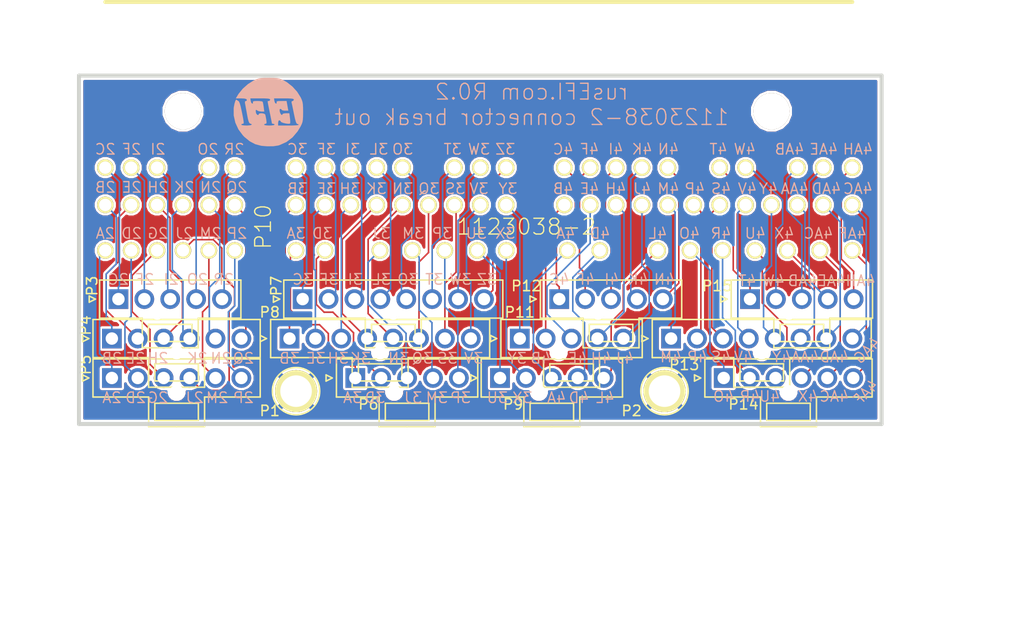
<source format=kicad_pcb>
(kicad_pcb (version 4) (host pcbnew 4.0.1-stable)
  (title_block (title "1123038-2 Connector breakout") (date 2016-10-25) (rev R0.2) (company rusEFI))
  (layers (0 F.Cu signal) (31 B.Cu signal) (34 B.Paste user) (35 F.Paste user) (36 B.SilkS user) (37 F.SilkS user) (38 B.Mask user) (39 F.Mask user) (44 Edge.Cuts user))
  (net 0 "")
  (net 1 GND)
  (net 2 /2C)
  (net 3 /2F)
  (net 4 /2I)
  (net 5 /20)
  (net 6 /2R)
  (net 7 /3C)
  (net 8 /3F)
  (net 9 /3I)
  (net 10 /3L)
  (net 11 /3O)
  (net 12 /3T)
  (net 13 /3W)
  (net 14 /3Z)
  (net 15 /2B)
  (net 16 /2E)
  (net 17 /3H)
  (net 18 /2K)
  (net 19 /2N)
  (net 20 /2Q)
  (net 21 /2A)
  (net 22 /2D)
  (net 23 /2G)
  (net 24 /2J)
  (net 25 /2M)
  (net 26 /2P)
  (net 27 /3A)
  (net 28 /3D)
  (net 29 /3J)
  (net 30 /3M)
  (net 31 /3P)
  (net 32 /3B)
  (net 33 /3E)
  (net 34 /3K)
  (net 35 /3N)
  (net 36 /3Q)
  (net 37 /3S)
  (net 38 /3V)
  (net 39 /3U)
  (net 40 /3X)
  (net 41 /4A)
  (net 42 /4D)
  (net 43 /4L)
  (net 44 /4C)
  (net 45 /4F)
  (net 46 /4I)
  (net 47 /4K)
  (net 48 /4N)
  (net 49 /4T)
  (net 50 /4W)
  (net 51 /4AB)
  (net 52 /4AE)
  (net 53 /4AH)
  (net 54 /3Y)
  (net 55 /4B)
  (net 56 /4E)
  (net 57 /4H)
  (net 58 /4J)
  (net 59 /4M)
  (net 60 /4P)
  (net 61 /4S)
  (net 62 /4V)
  (net 63 /4Y)
  (net 64 /4AA)
  (net 65 /4AD)
  (net 66 /4AG)
  (net 67 /4O)
  (net 68 /4R)
  (net 69 /4U)
  (net 70 /4X)
  (net 71 /4AC)
  (net 72 /4AF)
  (net 73 /2H)
  (module 1pin (layer F.Cu) (at 114.935 72.39)
    (fp_text reference P1 (at -2.54 1.905) (layer F.SilkS))
    (fp_text value CONN_1 hide)
    (pad 1 thru_hole circle (at 0 0) (size 4.064 4.064) (drill 3.048) (layers *.Cu *.Mask F.SilkS) (net 1 GND))
  )
  (module 1pin (layer F.Cu) (at 150.495 72.39)
    (fp_text reference P2 (at -3.175 1.905) (layer F.SilkS))
    (fp_text value CONN_1 hide)
    (pad 1 thru_hole circle (at 0 0) (size 4.064 4.064) (drill 3.048) (layers *.Cu *.Mask F.SilkS) (net 1 GND))
  )
  (module Molex_NanoFit_1x05x2.50mm_Straight (layer F.Cu) (at 97.79 63.5)
    (fp_text reference P3 (at -2.54 -1.27 90) (layer F.SilkS))
    (fp_text value CONN_01X05 hide)
    (pad 1 thru_hole rect (at 0 0) (size 1.9 1.9) (drill 1.2) (layers *.Cu *.Mask) (net 2 /2C))
    (pad 2 thru_hole circle (at 2.5 0) (size 1.9 1.9) (drill 1.2) (layers *.Cu *.Mask) (net 3 /2F))
    (pad 3 thru_hole circle (at 5 0) (size 1.9 1.9) (drill 1.2) (layers *.Cu *.Mask) (net 4 /2I))
    (pad 4 thru_hole circle (at 7.5 0) (size 1.9 1.9) (drill 1.2) (layers *.Cu *.Mask) (net 5 /20))
    (pad 5 thru_hole circle (at 10 0) (size 1.9 1.9) (drill 1.2) (layers *.Cu *.Mask) (net 6 /2R))
    (pad "" np_thru_hole circle (at 3.75 1.34) (size 1.3 1.3) (drill 1.3) (layers *.Cu))
  )
  (module Molex_NanoFit_1x06x2.50mm_Straight (layer F.Cu) (at 97.155 67.31)
    (fp_text reference P4 (at -2.54 -1.27 90) (layer F.SilkS))
    (fp_text value CONN_01X06 hide)
    (pad 1 thru_hole rect (at 0 0) (size 1.9 1.9) (drill 1.2) (layers *.Cu *.Mask) (net 15 /2B))
    (pad 2 thru_hole circle (at 2.5 0) (size 1.9 1.9) (drill 1.2) (layers *.Cu *.Mask) (net 16 /2E))
    (pad 3 thru_hole circle (at 5 0) (size 1.9 1.9) (drill 1.2) (layers *.Cu *.Mask) (net 73 /2H))
    (pad 4 thru_hole circle (at 7.5 0) (size 1.9 1.9) (drill 1.2) (layers *.Cu *.Mask) (net 18 /2K))
    (pad 5 thru_hole circle (at 10 0) (size 1.9 1.9) (drill 1.2) (layers *.Cu *.Mask) (net 19 /2N))
    (pad 6 thru_hole circle (at 12.5 0) (size 1.9 1.9) (drill 1.2) (layers *.Cu *.Mask) (net 20 /2Q))
    (pad "" np_thru_hole circle (at 6.25 1.34) (size 1.3 1.3) (drill 1.3) (layers *.Cu))
  )
  (module Molex_NanoFit_1x06x2.50mm_Straight (layer F.Cu) (at 97.155 71.12)
    (fp_text reference P5 (at -2.54 -1.27 90) (layer F.SilkS))
    (fp_text value CONN_01X06 hide)
    (pad 1 thru_hole rect (at 0 0) (size 1.9 1.9) (drill 1.2) (layers *.Cu *.Mask) (net 21 /2A))
    (pad 2 thru_hole circle (at 2.5 0) (size 1.9 1.9) (drill 1.2) (layers *.Cu *.Mask) (net 22 /2D))
    (pad 3 thru_hole circle (at 5 0) (size 1.9 1.9) (drill 1.2) (layers *.Cu *.Mask) (net 23 /2G))
    (pad 4 thru_hole circle (at 7.5 0) (size 1.9 1.9) (drill 1.2) (layers *.Cu *.Mask) (net 24 /2J))
    (pad 5 thru_hole circle (at 10 0) (size 1.9 1.9) (drill 1.2) (layers *.Cu *.Mask) (net 25 /2M))
    (pad 6 thru_hole circle (at 12.5 0) (size 1.9 1.9) (drill 1.2) (layers *.Cu *.Mask) (net 26 /2P))
    (pad "" np_thru_hole circle (at 6.25 1.34) (size 1.3 1.3) (drill 1.3) (layers *.Cu))
  )
  (module Molex_NanoFit_1x05x2.50mm_Straight (layer F.Cu) (at 120.65 71.12)
    (fp_text reference P6 (at 1.27 2.54) (layer F.SilkS))
    (fp_text value CONN_01X05 hide)
    (pad 1 thru_hole rect (at 0 0) (size 1.9 1.9) (drill 1.2) (layers *.Cu *.Mask) (net 27 /3A))
    (pad 2 thru_hole circle (at 2.5 0) (size 1.9 1.9) (drill 1.2) (layers *.Cu *.Mask) (net 28 /3D))
    (pad 3 thru_hole circle (at 5 0) (size 1.9 1.9) (drill 1.2) (layers *.Cu *.Mask) (net 29 /3J))
    (pad 4 thru_hole circle (at 7.5 0) (size 1.9 1.9) (drill 1.2) (layers *.Cu *.Mask) (net 30 /3M))
    (pad 5 thru_hole circle (at 10 0) (size 1.9 1.9) (drill 1.2) (layers *.Cu *.Mask) (net 31 /3P))
    (pad "" np_thru_hole circle (at 3.75 1.34) (size 1.3 1.3) (drill 1.3) (layers *.Cu))
  )
  (module Molex_NanoFit_1x08x2.50mm_Straight (layer F.Cu) (at 115.57 63.5)
    (fp_text reference P7 (at -2.54 -1.27 90) (layer F.SilkS))
    (fp_text value CONN_01X08 hide)
    (pad 1 thru_hole rect (at 0 0) (size 1.9 1.9) (drill 1.2) (layers *.Cu *.Mask) (net 7 /3C))
    (pad 2 thru_hole circle (at 2.5 0) (size 1.9 1.9) (drill 1.2) (layers *.Cu *.Mask) (net 8 /3F))
    (pad 3 thru_hole circle (at 5 0) (size 1.9 1.9) (drill 1.2) (layers *.Cu *.Mask) (net 9 /3I))
    (pad 4 thru_hole circle (at 7.5 0) (size 1.9 1.9) (drill 1.2) (layers *.Cu *.Mask) (net 10 /3L))
    (pad 5 thru_hole circle (at 10 0) (size 1.9 1.9) (drill 1.2) (layers *.Cu *.Mask) (net 11 /3O))
    (pad 6 thru_hole circle (at 12.5 0) (size 1.9 1.9) (drill 1.2) (layers *.Cu *.Mask) (net 12 /3T))
    (pad 7 thru_hole circle (at 15 0) (size 1.9 1.9) (drill 1.2) (layers *.Cu *.Mask) (net 13 /3W))
    (pad 8 thru_hole circle (at 17.5 0) (size 1.9 1.9) (drill 1.2) (layers *.Cu *.Mask) (net 14 /3Z))
    (pad "" np_thru_hole circle (at 8.75 1.34) (size 1.3 1.3) (drill 1.3) (layers *.Cu))
  )
  (module Molex_NanoFit_1x08x2.50mm_Straight (layer F.Cu) (at 114.3 67.31)
    (fp_text reference P8 (at -1.905 -2.54 180) (layer F.SilkS))
    (fp_text value CONN_01X08 hide)
    (pad 1 thru_hole rect (at 0 0) (size 1.9 1.9) (drill 1.2) (layers *.Cu *.Mask) (net 32 /3B))
    (pad 2 thru_hole circle (at 2.5 0) (size 1.9 1.9) (drill 1.2) (layers *.Cu *.Mask) (net 33 /3E))
    (pad 3 thru_hole circle (at 5 0) (size 1.9 1.9) (drill 1.2) (layers *.Cu *.Mask) (net 17 /3H))
    (pad 4 thru_hole circle (at 7.5 0) (size 1.9 1.9) (drill 1.2) (layers *.Cu *.Mask) (net 34 /3K))
    (pad 5 thru_hole circle (at 10 0) (size 1.9 1.9) (drill 1.2) (layers *.Cu *.Mask) (net 35 /3N))
    (pad 6 thru_hole circle (at 12.5 0) (size 1.9 1.9) (drill 1.2) (layers *.Cu *.Mask) (net 36 /3Q))
    (pad 7 thru_hole circle (at 15 0) (size 1.9 1.9) (drill 1.2) (layers *.Cu *.Mask) (net 37 /3S))
    (pad 8 thru_hole circle (at 17.5 0) (size 1.9 1.9) (drill 1.2) (layers *.Cu *.Mask) (net 38 /3V))
    (pad "" np_thru_hole circle (at 8.75 1.34) (size 1.3 1.3) (drill 1.3) (layers *.Cu))
  )
  (module Molex_NanoFit_1x05x2.50mm_Straight (layer F.Cu) (at 134.62 71.12)
    (fp_text reference P9 (at 1.27 2.54) (layer F.SilkS))
    (fp_text value CONN_01X05 hide)
    (pad 1 thru_hole rect (at 0 0) (size 1.9 1.9) (drill 1.2) (layers *.Cu *.Mask) (net 39 /3U))
    (pad 2 thru_hole circle (at 2.5 0) (size 1.9 1.9) (drill 1.2) (layers *.Cu *.Mask) (net 40 /3X))
    (pad 3 thru_hole circle (at 5 0) (size 1.9 1.9) (drill 1.2) (layers *.Cu *.Mask) (net 41 /4A))
    (pad 4 thru_hole circle (at 7.5 0) (size 1.9 1.9) (drill 1.2) (layers *.Cu *.Mask) (net 42 /4D))
    (pad 5 thru_hole circle (at 10 0) (size 1.9 1.9) (drill 1.2) (layers *.Cu *.Mask) (net 43 /4L))
    (pad "" np_thru_hole circle (at 3.75 1.34) (size 1.3 1.3) (drill 1.3) (layers *.Cu))
  )
  (module Molex_NanoFit_1x05x2.50mm_Straight (layer F.Cu) (at 136.525 67.31)
    (fp_text reference P11 (at 0 -2.54) (layer F.SilkS))
    (fp_text value CONN_01X05 hide)
    (pad 1 thru_hole rect (at 0 0) (size 1.9 1.9) (drill 1.2) (layers *.Cu *.Mask) (net 54 /3Y))
    (pad 2 thru_hole circle (at 2.5 0) (size 1.9 1.9) (drill 1.2) (layers *.Cu *.Mask) (net 55 /4B))
    (pad 3 thru_hole circle (at 5 0) (size 1.9 1.9) (drill 1.2) (layers *.Cu *.Mask) (net 56 /4E))
    (pad 4 thru_hole circle (at 7.5 0) (size 1.9 1.9) (drill 1.2) (layers *.Cu *.Mask) (net 57 /4H))
    (pad 5 thru_hole circle (at 10 0) (size 1.9 1.9) (drill 1.2) (layers *.Cu *.Mask) (net 58 /4J))
    (pad "" np_thru_hole circle (at 3.75 1.34) (size 1.3 1.3) (drill 1.3) (layers *.Cu))
  )
  (module Molex_NanoFit_1x05x2.50mm_Straight (layer F.Cu) (at 140.335 63.5)
    (fp_text reference P12 (at -3.175 -1.27) (layer F.SilkS))
    (fp_text value CONN_01X05 hide)
    (pad 1 thru_hole rect (at 0 0) (size 1.9 1.9) (drill 1.2) (layers *.Cu *.Mask) (net 44 /4C))
    (pad 2 thru_hole circle (at 2.5 0) (size 1.9 1.9) (drill 1.2) (layers *.Cu *.Mask) (net 45 /4F))
    (pad 3 thru_hole circle (at 5 0) (size 1.9 1.9) (drill 1.2) (layers *.Cu *.Mask) (net 46 /4I))
    (pad 4 thru_hole circle (at 7.5 0) (size 1.9 1.9) (drill 1.2) (layers *.Cu *.Mask) (net 47 /4K))
    (pad 5 thru_hole circle (at 10 0) (size 1.9 1.9) (drill 1.2) (layers *.Cu *.Mask) (net 48 /4N))
    (pad "" np_thru_hole circle (at 3.75 1.34) (size 1.3 1.3) (drill 1.3) (layers *.Cu))
  )
  (module Molex_NanoFit_1x08x2.50mm_Straight (layer F.Cu) (at 151.13 67.31)
    (fp_text reference P13 (at 1.27 2.54) (layer F.SilkS))
    (fp_text value CONN_01X08 hide)
    (pad 1 thru_hole rect (at 0 0) (size 1.9 1.9) (drill 1.2) (layers *.Cu *.Mask) (net 59 /4M))
    (pad 2 thru_hole circle (at 2.5 0) (size 1.9 1.9) (drill 1.2) (layers *.Cu *.Mask) (net 60 /4P))
    (pad 3 thru_hole circle (at 5 0) (size 1.9 1.9) (drill 1.2) (layers *.Cu *.Mask) (net 61 /4S))
    (pad 4 thru_hole circle (at 7.5 0) (size 1.9 1.9) (drill 1.2) (layers *.Cu *.Mask) (net 62 /4V))
    (pad 5 thru_hole circle (at 10 0) (size 1.9 1.9) (drill 1.2) (layers *.Cu *.Mask) (net 63 /4Y))
    (pad 6 thru_hole circle (at 12.5 0) (size 1.9 1.9) (drill 1.2) (layers *.Cu *.Mask) (net 64 /4AA))
    (pad 7 thru_hole circle (at 15 0) (size 1.9 1.9) (drill 1.2) (layers *.Cu *.Mask) (net 65 /4AD))
    (pad 8 thru_hole circle (at 17.5 0) (size 1.9 1.9) (drill 1.2) (layers *.Cu *.Mask) (net 66 /4AG))
    (pad "" np_thru_hole circle (at 8.75 1.34) (size 1.3 1.3) (drill 1.3) (layers *.Cu))
  )
  (module Molex_NanoFit_1x06x2.50mm_Straight (layer F.Cu) (at 156.21 71.12)
    (fp_text reference P14 (at 1.905 2.54) (layer F.SilkS))
    (fp_text value CONN_01X06 hide)
    (pad 1 thru_hole rect (at 0 0) (size 1.9 1.9) (drill 1.2) (layers *.Cu *.Mask) (net 67 /4O))
    (pad 2 thru_hole circle (at 2.5 0) (size 1.9 1.9) (drill 1.2) (layers *.Cu *.Mask) (net 68 /4R))
    (pad 3 thru_hole circle (at 5 0) (size 1.9 1.9) (drill 1.2) (layers *.Cu *.Mask) (net 69 /4U))
    (pad 4 thru_hole circle (at 7.5 0) (size 1.9 1.9) (drill 1.2) (layers *.Cu *.Mask) (net 70 /4X))
    (pad 5 thru_hole circle (at 10 0) (size 1.9 1.9) (drill 1.2) (layers *.Cu *.Mask) (net 71 /4AC))
    (pad 6 thru_hole circle (at 12.5 0) (size 1.9 1.9) (drill 1.2) (layers *.Cu *.Mask) (net 72 /4AF))
    (pad "" np_thru_hole circle (at 6.25 1.34) (size 1.3 1.3) (drill 1.3) (layers *.Cu))
  )
  (module Molex_NanoFit_1x05x2.50mm_Straight (layer F.Cu) (at 158.75 63.5)
    (fp_text reference P15 (at -3.175 -1.27) (layer F.SilkS))
    (fp_text value CONN_01X05 hide)
    (pad 1 thru_hole rect (at 0 0) (size 1.9 1.9) (drill 1.2) (layers *.Cu *.Mask) (net 49 /4T))
    (pad 2 thru_hole circle (at 2.5 0) (size 1.9 1.9) (drill 1.2) (layers *.Cu *.Mask) (net 50 /4W))
    (pad 3 thru_hole circle (at 5 0) (size 1.9 1.9) (drill 1.2) (layers *.Cu *.Mask) (net 51 /4AB))
    (pad 4 thru_hole circle (at 7.5 0) (size 1.9 1.9) (drill 1.2) (layers *.Cu *.Mask) (net 52 /4AE))
    (pad 5 thru_hole circle (at 10 0) (size 1.9 1.9) (drill 1.2) (layers *.Cu *.Mask) (net 53 /4AH))
    (pad "" np_thru_hole circle (at 3.75 1.34) (size 1.3 1.3) (drill 1.3) (layers *.Cu))
  )
  (module 1123038-2 (layer F.Cu) (at 96.52 50.8)
    (fp_text reference P10 (at 15.24 5.715 90) (layer F.SilkS) (effects (font (thickness 0.127))))
    (fp_text value 1123038-2 (at 40.64 5.715 180) (layer F.SilkS) (effects (font (thickness 0.127))))
    (pad 1 thru_hole circle (at 0 0) (size 1.6 1.6) (drill 1.2) (layers *.Cu *.Mask F.SilkS) (net 2 /2C))
    (pad 2 thru_hole circle (at 2.5 0) (size 1.6 1.6) (drill 1.2) (layers *.Cu *.Mask F.SilkS) (net 3 /2F))
    (pad 3 thru_hole circle (at 5 0) (size 1.6 1.6) (drill 1.2) (layers *.Cu *.Mask F.SilkS) (net 4 /2I))
    (pad 4 thru_hole circle (at 10 0) (size 1.6 1.6) (drill 1.2) (layers *.Cu *.Mask F.SilkS) (net 5 /20))
    (pad 5 thru_hole circle (at 12.5 0) (size 1.6 1.6) (drill 1.2) (layers *.Cu *.Mask F.SilkS) (net 6 /2R))
    (pad 6 thru_hole circle (at 18.4 0) (size 1.6 1.6) (drill 1.2) (layers *.Cu *.Mask F.SilkS) (net 7 /3C))
    (pad 7 thru_hole circle (at 21.2 0) (size 1.6 1.6) (drill 1.2) (layers *.Cu *.Mask F.SilkS) (net 8 /3F))
    (pad 8 thru_hole circle (at 23.7 0) (size 1.6 1.6) (drill 1.2) (layers *.Cu *.Mask F.SilkS) (net 9 /3I))
    (pad 9 thru_hole circle (at 26.2 0) (size 1.6 1.6) (drill 1.2) (layers *.Cu *.Mask F.SilkS) (net 10 /3L))
    (pad 10 thru_hole circle (at 28.7 0) (size 1.6 1.6) (drill 1.2) (layers *.Cu *.Mask F.SilkS) (net 11 /3O))
    (pad 11 thru_hole circle (at 33.7 0) (size 1.6 1.6) (drill 1.2) (layers *.Cu *.Mask F.SilkS) (net 12 /3T))
    (pad 12 thru_hole circle (at 36.2 0) (size 1.6 1.6) (drill 1.2) (layers *.Cu *.Mask F.SilkS) (net 13 /3W))
    (pad 13 thru_hole circle (at 38.7 0) (size 1.6 1.6) (drill 1.2) (layers *.Cu *.Mask F.SilkS) (net 14 /3Z))
    (pad 14 thru_hole circle (at 44.3 0) (size 1.6 1.6) (drill 1.2) (layers *.Cu *.Mask F.SilkS) (net 44 /4C))
    (pad 15 thru_hole circle (at 46.8 0) (size 1.6 1.6) (drill 1.2) (layers *.Cu *.Mask F.SilkS) (net 45 /4F))
    (pad 16 thru_hole circle (at 49.3 0) (size 1.6 1.6) (drill 1.2) (layers *.Cu *.Mask F.SilkS) (net 46 /4I))
    (pad 17 thru_hole circle (at 51.8 0) (size 1.6 1.6) (drill 1.2) (layers *.Cu *.Mask F.SilkS) (net 47 /4K))
    (pad 18 thru_hole circle (at 54.3 0) (size 1.6 1.6) (drill 1.2) (layers *.Cu *.Mask F.SilkS) (net 48 /4N))
    (pad 19 thru_hole circle (at 59.3 0) (size 1.6 1.6) (drill 1.2) (layers *.Cu *.Mask F.SilkS) (net 49 /4T))
    (pad 20 thru_hole circle (at 61.8 0) (size 1.6 1.6) (drill 1.2) (layers *.Cu *.Mask F.SilkS) (net 50 /4W))
    (pad 21 thru_hole circle (at 66.8 0) (size 1.6 1.6) (drill 1.2) (layers *.Cu *.Mask F.SilkS) (net 51 /4AB))
    (pad 22 thru_hole circle (at 69.3 0) (size 1.6 1.6) (drill 1.2) (layers *.Cu *.Mask F.SilkS) (net 52 /4AE))
    (pad 23 thru_hole circle (at 72.1 0) (size 1.6 1.6) (drill 1.2) (layers *.Cu *.Mask F.SilkS) (net 53 /4AH))
    (pad 24 thru_hole circle (at 0 3.6) (size 1.6 1.6) (drill 1.2) (layers *.Cu *.Mask F.SilkS) (net 15 /2B))
    (pad 25 thru_hole circle (at 2.5 3.6) (size 1.6 1.6) (drill 1.2) (layers *.Cu *.Mask F.SilkS) (net 16 /2E))
    (pad 26 thru_hole circle (at 5 3.6) (size 1.6 1.6) (drill 1.2) (layers *.Cu *.Mask F.SilkS) (net 73 /2H))
    (pad 27 thru_hole circle (at 7.5 3.6) (size 1.6 1.6) (drill 1.2) (layers *.Cu *.Mask F.SilkS) (net 18 /2K))
    (pad 28 thru_hole circle (at 10 3.6) (size 1.6 1.6) (drill 1.2) (layers *.Cu *.Mask F.SilkS) (net 19 /2N))
    (pad 29 thru_hole circle (at 12.5 3.6) (size 1.6 1.6) (drill 1.2) (layers *.Cu *.Mask F.SilkS) (net 20 /2Q))
    (pad 30 thru_hole circle (at 18.4 3.6) (size 1.6 1.6) (drill 1.2) (layers *.Cu *.Mask F.SilkS) (net 32 /3B))
    (pad 31 thru_hole circle (at 21.2 3.6) (size 1.6 1.6) (drill 1.2) (layers *.Cu *.Mask F.SilkS) (net 33 /3E))
    (pad 32 thru_hole circle (at 23.7 3.6) (size 1.6 1.6) (drill 1.2) (layers *.Cu *.Mask F.SilkS) (net 17 /3H))
    (pad 33 thru_hole circle (at 26.2 3.6) (size 1.6 1.6) (drill 1.2) (layers *.Cu *.Mask F.SilkS) (net 34 /3K))
    (pad 34 thru_hole circle (at 28.7 3.6) (size 1.6 1.6) (drill 1.2) (layers *.Cu *.Mask F.SilkS) (net 35 /3N))
    (pad 35 thru_hole circle (at 31.2 3.6) (size 1.6 1.6) (drill 1.2) (layers *.Cu *.Mask F.SilkS) (net 36 /3Q))
    (pad 36 thru_hole circle (at 33.7 3.6) (size 1.6 1.6) (drill 1.2) (layers *.Cu *.Mask F.SilkS) (net 37 /3S))
    (pad 37 thru_hole circle (at 36.2 3.6) (size 1.6 1.6) (drill 1.2) (layers *.Cu *.Mask F.SilkS) (net 38 /3V))
    (pad 38 thru_hole circle (at 38.7 3.6) (size 1.6 1.6) (drill 1.2) (layers *.Cu *.Mask F.SilkS) (net 54 /3Y))
    (pad 39 thru_hole circle (at 44.3 3.6) (size 1.6 1.6) (drill 1.2) (layers *.Cu *.Mask F.SilkS) (net 55 /4B))
    (pad 40 thru_hole circle (at 46.8 3.6) (size 1.6 1.6) (drill 1.2) (layers *.Cu *.Mask F.SilkS) (net 56 /4E))
    (pad 41 thru_hole circle (at 49.3 3.6) (size 1.6 1.6) (drill 1.2) (layers *.Cu *.Mask F.SilkS) (net 57 /4H))
    (pad 42 thru_hole circle (at 51.8 3.6) (size 1.6 1.6) (drill 1.2) (layers *.Cu *.Mask F.SilkS) (net 58 /4J))
    (pad 43 thru_hole circle (at 54.3 3.6) (size 1.6 1.6) (drill 1.2) (layers *.Cu *.Mask F.SilkS) (net 59 /4M))
    (pad 44 thru_hole circle (at 56.8 3.6) (size 1.6 1.6) (drill 1.2) (layers *.Cu *.Mask F.SilkS) (net 60 /4P))
    (pad 45 thru_hole circle (at 59.3 3.6) (size 1.6 1.6) (drill 1.2) (layers *.Cu *.Mask F.SilkS) (net 61 /4S))
    (pad 46 thru_hole circle (at 61.8 3.6) (size 1.6 1.6) (drill 1.2) (layers *.Cu *.Mask F.SilkS) (net 62 /4V))
    (pad 47 thru_hole circle (at 64.3 3.6) (size 1.6 1.6) (drill 1.2) (layers *.Cu *.Mask F.SilkS) (net 63 /4Y))
    (pad 48 thru_hole circle (at 66.8 3.6) (size 1.6 1.6) (drill 1.2) (layers *.Cu *.Mask F.SilkS) (net 64 /4AA))
    (pad 49 thru_hole circle (at 69.3 3.6) (size 1.6 1.6) (drill 1.2) (layers *.Cu *.Mask F.SilkS) (net 65 /4AD))
    (pad 50 thru_hole circle (at 72.1 3.6) (size 1.6 1.6) (drill 1.2) (layers *.Cu *.Mask F.SilkS) (net 66 /4AG))
    (pad 51 thru_hole circle (at 0 8) (size 1.6 1.6) (drill 1.2) (layers *.Cu *.Mask F.SilkS) (net 21 /2A))
    (pad 52 thru_hole circle (at 2.5 8) (size 1.6 1.6) (drill 1.2) (layers *.Cu *.Mask F.SilkS) (net 22 /2D))
    (pad 53 thru_hole circle (at 5 8) (size 1.6 1.6) (drill 1.2) (layers *.Cu *.Mask F.SilkS) (net 23 /2G))
    (pad 54 thru_hole circle (at 7.5 8) (size 1.6 1.6) (drill 1.2) (layers *.Cu *.Mask F.SilkS) (net 24 /2J))
    (pad 55 thru_hole circle (at 10 8) (size 1.6 1.6) (drill 1.2) (layers *.Cu *.Mask F.SilkS) (net 25 /2M))
    (pad 56 thru_hole circle (at 12.5 8) (size 1.6 1.6) (drill 1.2) (layers *.Cu *.Mask F.SilkS) (net 26 /2P))
    (pad 57 thru_hole circle (at 18.4 8) (size 1.6 1.6) (drill 1.2) (layers *.Cu *.Mask F.SilkS) (net 27 /3A))
    (pad 58 thru_hole circle (at 21.2 8) (size 1.6 1.6) (drill 1.2) (layers *.Cu *.Mask F.SilkS) (net 28 /3D))
    (pad 59 thru_hole circle (at 26.51 8) (size 1.6 1.6) (drill 1.2) (layers *.Cu *.Mask F.SilkS) (net 29 /3J))
    (pad 60 thru_hole circle (at 29.64 8) (size 1.6 1.6) (drill 1.2) (layers *.Cu *.Mask F.SilkS) (net 30 /3M))
    (pad 61 thru_hole circle (at 32.77 8) (size 1.6 1.6) (drill 1.2) (layers *.Cu *.Mask F.SilkS) (net 31 /3P))
    (pad 62 thru_hole circle (at 35.9 8) (size 1.6 1.6) (drill 1.2) (layers *.Cu *.Mask F.SilkS) (net 39 /3U))
    (pad 63 thru_hole circle (at 38.7 8) (size 1.6 1.6) (drill 1.2) (layers *.Cu *.Mask F.SilkS) (net 40 /3X))
    (pad 64 thru_hole circle (at 44.6 8) (size 1.6 1.6) (drill 1.2) (layers *.Cu *.Mask F.SilkS) (net 41 /4A))
    (pad 65 thru_hole circle (at 47.73 8) (size 1.6 1.6) (drill 1.2) (layers *.Cu *.Mask F.SilkS) (net 42 /4D))
    (pad 66 thru_hole circle (at 53.32 8) (size 1.6 1.6) (drill 1.2) (layers *.Cu *.Mask F.SilkS) (net 43 /4L))
    (pad 67 thru_hole circle (at 56.45 8) (size 1.6 1.6) (drill 1.2) (layers *.Cu *.Mask F.SilkS) (net 67 /4O))
    (pad 68 thru_hole circle (at 59.58 8) (size 1.6 1.6) (drill 1.2) (layers *.Cu *.Mask F.SilkS) (net 68 /4R))
    (pad 69 thru_hole circle (at 62.71 8) (size 1.6 1.6) (drill 1.2) (layers *.Cu *.Mask F.SilkS) (net 69 /4U))
    (pad 70 thru_hole circle (at 65.84 8) (size 1.6 1.6) (drill 1.2) (layers *.Cu *.Mask F.SilkS) (net 70 /4X))
    (pad 71 thru_hole circle (at 68.97 8) (size 1.6 1.6) (drill 1.2) (layers *.Cu *.Mask F.SilkS) (net 71 /4AC))
    (pad 72 thru_hole circle (at 72.1 8) (size 1.6 1.6) (drill 1.2) (layers *.Cu *.Mask F.SilkS) (net 72 /4AF))
    (pad "" thru_hole circle (at 64.3 -5.45) (size 3.5 3.5) (drill 3.5) (layers *.Cu *.Mask F.SilkS))
    (pad "" thru_hole circle (at 7.5 -5.45) (size 3.5 3.5) (drill 3.5) (layers *.Cu *.Mask F.SilkS))
  )
  (module logo:LOGO (layer B.Cu) (at 112.268 45.466 180)
    (fp_text reference G1 hide)
    (fp_text value LOGO hide)
  )
  (gr_text 4A (at 140.97 57.15) (layer B.SilkS) (effects (font (size 1.016 1.016) (thickness 0.127)) (justify mirror)))
  (gr_text 3X (at 135.128 57.15) (layer B.SilkS) (effects (font (size 1.016 1.016) (thickness 0.127)) (justify mirror)))
  (gr_text 3U (at 132.334 57.15) (layer B.SilkS) (effects (font (size 1.016 1.016) (thickness 0.127)) (justify mirror)))
  (gr_text 3P (at 129.032 57.15) (layer B.SilkS) (effects (font (size 1.016 1.016) (thickness 0.127)) (justify mirror)))
  (gr_text 4C (at 140.716 49.022) (layer B.SilkS) (effects (font (size 1.016 1.016) (thickness 0.127)) (justify mirror)))
  (gr_text 4F (at 143.256 49.022) (layer B.SilkS) (effects (font (size 1.016 1.016) (thickness 0.127)) (justify mirror)))
  (gr_text 4I (at 145.796 49.022) (layer B.SilkS) (effects (font (size 1.016 1.016) (thickness 0.127)) (justify mirror)))
  (gr_text 4K (at 148.336 49.022) (layer B.SilkS) (effects (font (size 1.016 1.016) (thickness 0.127)) (justify mirror)))
  (gr_text 4N (at 150.876 49.022) (layer B.SilkS) (effects (font (size 1.016 1.016) (thickness 0.127)) (justify mirror)))
  (gr_text 3W (at 132.588 49.022) (layer B.SilkS) (effects (font (size 1.016 1.016) (thickness 0.127)) (justify mirror)))
  (gr_text 4B (at 140.716 52.832) (layer B.SilkS) (effects (font (size 1.016 1.016) (thickness 0.127)) (justify mirror)))
  (gr_text 4E (at 143.256 52.832) (layer B.SilkS) (effects (font (size 1.016 1.016) (thickness 0.127)) (justify mirror)))
  (gr_text 4H (at 145.796 52.832) (layer B.SilkS) (effects (font (size 1.016 1.016) (thickness 0.127)) (justify mirror)))
  (gr_text 4J (at 148.336 52.832) (layer B.SilkS) (effects (font (size 1.016 1.016) (thickness 0.127)) (justify mirror)))
  (gr_text 4M (at 150.876 52.832) (layer B.SilkS) (effects (font (size 1.016 1.016) (thickness 0.127)) (justify mirror)))
  (gr_text 4P (at 153.416 52.832) (layer B.SilkS) (effects (font (size 1.016 1.016) (thickness 0.127)) (justify mirror)))
  (gr_text 4R (at 155.956 57.15) (layer B.SilkS) (effects (font (size 1.016 1.016) (thickness 0.127)) (justify mirror)))
  (gr_text 4U (at 159.258 57.15) (layer B.SilkS) (effects (font (size 1.016 1.016) (thickness 0.127)) (justify mirror)))
  (gr_text 4X (at 162.052 57.15) (layer B.SilkS) (effects (font (size 1.016 1.016) (thickness 0.127)) (justify mirror)))
  (gr_text 4AC (at 165.354 57.15) (layer B.SilkS) (effects (font (size 1.016 1.016) (thickness 0.127)) (justify mirror)))
  (gr_text 4AF (at 168.656 57.15) (layer B.SilkS) (effects (font (size 1.016 1.016) (thickness 0.127)) (justify mirror)))
  (gr_text 4S (at 155.956 52.832) (layer B.SilkS) (effects (font (size 1.016 1.016) (thickness 0.127)) (justify mirror)))
  (gr_text 4V (at 158.496 52.832) (layer B.SilkS) (effects (font (size 1.016 1.016) (thickness 0.127)) (justify mirror)))
  (gr_text 4Y (at 160.528 52.832) (layer B.SilkS) (effects (font (size 1.016 1.016) (thickness 0.127)) (justify mirror)))
  (gr_text 4AA (at 163.068 52.832) (layer B.SilkS) (effects (font (size 1.016 1.016) (thickness 0.127)) (justify mirror)))
  (gr_text 4AD (at 166.116 52.832) (layer B.SilkS) (effects (font (size 1.016 1.016) (thickness 0.127)) (justify mirror)))
  (gr_text 4AC (at 169.164 52.832) (layer B.SilkS) (effects (font (size 1.016 1.016) (thickness 0.127)) (justify mirror)))
  (gr_text 4T (at 155.702 49.022) (layer B.SilkS) (effects (font (size 1.016 1.016) (thickness 0.127)) (justify mirror)))
  (gr_text 4W (at 158.242 49.022) (layer B.SilkS) (effects (font (size 1.016 1.016) (thickness 0.127)) (justify mirror)))
  (gr_text 3Z (at 135.128 49.022) (layer B.SilkS) (effects (font (size 1.016 1.016) (thickness 0.127)) (justify mirror)))
  (gr_text 4AB (at 162.56 49.022) (layer B.SilkS) (effects (font (size 1.016 1.016) (thickness 0.127)) (justify mirror)))
  (gr_text 4AE (at 165.862 49.022) (layer B.SilkS) (effects (font (size 1.016 1.016) (thickness 0.127)) (justify mirror)))
  (gr_text 4AH (at 169.164 49.022) (layer B.SilkS) (effects (font (size 1.016 1.016) (thickness 0.127)) (justify mirror)))
  (gr_text 3B (at 115.062 52.832) (layer B.SilkS) (effects (font (size 1.016 1.016) (thickness 0.127)) (justify mirror)))
  (gr_text 3E (at 117.856 52.832) (layer B.SilkS) (effects (font (size 1.016 1.016) (thickness 0.127)) (justify mirror)))
  (gr_text 3H (at 120.142 52.832) (layer B.SilkS) (effects (font (size 1.016 1.016) (thickness 0.127)) (justify mirror)))
  (gr_text 3K (at 122.682 52.832) (layer B.SilkS) (effects (font (size 1.016 1.016) (thickness 0.127)) (justify mirror)))
  (gr_text 3N (at 125.222 52.832) (layer B.SilkS) (effects (font (size 1.016 1.016) (thickness 0.127)) (justify mirror)))
  (gr_text 3Q (at 127.762 52.832) (layer B.SilkS) (effects (font (size 1.016 1.016) (thickness 0.127)) (justify mirror)))
  (gr_text 3C (at 115.062 49.022) (layer B.SilkS) (effects (font (size 1.016 1.016) (thickness 0.127)) (justify mirror)))
  (gr_text 3F (at 117.856 49.022) (layer B.SilkS) (effects (font (size 1.016 1.016) (thickness 0.127)) (justify mirror)))
  (gr_text 3I (at 120.396 49.022) (layer B.SilkS) (effects (font (size 1.016 1.016) (thickness 0.127)) (justify mirror)))
  (gr_text 3L (at 122.936 49.022) (layer B.SilkS) (effects (font (size 1.016 1.016) (thickness 0.127)) (justify mirror)))
  (gr_text 3O (at 125.222 49.022) (layer B.SilkS) (effects (font (size 1.016 1.016) (thickness 0.127)) (justify mirror)))
  (gr_text 3T (at 130.048 49.022) (layer B.SilkS) (effects (font (size 1.016 1.016) (thickness 0.127)) (justify mirror)))
  (gr_text 2F (at 99.06 49.022) (layer B.SilkS) (effects (font (size 1.016 1.016) (thickness 0.127)) (justify mirror)))
  (gr_text 2I (at 101.6 49.022) (layer B.SilkS) (effects (font (size 1.016 1.016) (thickness 0.127)) (justify mirror)))
  (gr_text 3D (at 117.475 57.15) (layer B.SilkS) (effects (font (size 1.016 1.016) (thickness 0.127)) (justify mirror)))
  (gr_text 2O (at 106.426 49.022) (layer B.SilkS) (effects (font (size 1.016 1.016) (thickness 0.127)) (justify mirror)))
  (gr_text 2R (at 108.966 49.022) (layer B.SilkS) (effects (font (size 1.016 1.016) (thickness 0.127)) (justify mirror)))
  (gr_text 3M (at 126.238 57.15) (layer B.SilkS) (effects (font (size 1.016 1.016) (thickness 0.127)) (justify mirror)))
  (gr_text 2E (at 99.06 52.705) (layer B.SilkS) (effects (font (size 1.016 1.016) (thickness 0.127)) (justify mirror)))
  (gr_text 2H (at 101.6 52.705) (layer B.SilkS) (effects (font (size 1.016 1.016) (thickness 0.127)) (justify mirror)))
  (gr_text 2K (at 104.14 52.705) (layer B.SilkS) (effects (font (size 1.016 1.016) (thickness 0.127)) (justify mirror)))
  (gr_text 2N (at 106.68 52.705) (layer B.SilkS) (effects (font (size 1.016 1.016) (thickness 0.127)) (justify mirror)))
  (gr_text 2Q (at 109.22 52.705) (layer B.SilkS) (effects (font (size 1.016 1.016) (thickness 0.127)) (justify mirror)))
  (gr_text 3J (at 123.19 57.15) (layer B.SilkS) (effects (font (size 1.016 1.016) (thickness 0.127)) (justify mirror)))
  (gr_text 2D (at 99.06 57.15) (layer B.SilkS) (effects (font (size 1.016 1.016) (thickness 0.127)) (justify mirror)))
  (gr_text 2G (at 101.6 57.15) (layer B.SilkS) (effects (font (size 1.016 1.016) (thickness 0.127)) (justify mirror)))
  (gr_text 2J (at 104.14 57.15) (layer B.SilkS) (effects (font (size 1.016 1.016) (thickness 0.127)) (justify mirror)))
  (gr_text 2M (at 106.68 57.15) (layer B.SilkS) (effects (font (size 1.016 1.016) (thickness 0.127)) (justify mirror)))
  (gr_text 2P (at 109.22 57.15) (layer B.SilkS) (effects (font (size 1.016 1.016) (thickness 0.127)) (justify mirror)))
  (gr_text 3A (at 114.935 57.15) (layer B.SilkS) (effects (font (size 1.016 1.016) (thickness 0.127)) (justify mirror)))
  (gr_text 4M (at 151.13 69.088) (layer B.SilkS) (effects (font (size 1.016 1.016) (thickness 0.127)) (justify mirror)))
  (gr_text 4P (at 153.67 69.088) (layer B.SilkS) (effects (font (size 1.016 1.016) (thickness 0.127)) (justify mirror)))
  (gr_text 4S (at 155.956 69.088) (layer B.SilkS) (effects (font (size 1.016 1.016) (thickness 0.127)) (justify mirror)))
  (gr_text 4V (at 158.115 69.088) (layer B.SilkS) (effects (font (size 1.016 1.016) (thickness 0.127)) (justify mirror)))
  (gr_text 4Y (at 161.798 69.088) (layer B.SilkS) (effects (font (size 1.016 1.016) (thickness 0.127)) (justify mirror)))
  (gr_text 4AA (at 164.084 69.088) (layer B.SilkS) (effects (font (size 1.016 1.016) (thickness 0.127)) (justify mirror)))
  (gr_text 4AG (at 170.053 68.453 45) (layer B.SilkS) (effects (font (size 1.016 1.016) (thickness 0.127)) (justify mirror)))
  (gr_text 4T (at 158.496 61.722) (layer B.SilkS) (effects (font (size 1.016 1.016) (thickness 0.127)) (justify mirror)))
  (gr_text 4W (at 161.036 61.722) (layer B.SilkS) (effects (font (size 1.016 1.016) (thickness 0.127)) (justify mirror)))
  (gr_text 4AB (at 163.83 61.722) (layer B.SilkS) (effects (font (size 1.016 1.016) (thickness 0.127)) (justify mirror)))
  (gr_text 4AE (at 166.624 61.722) (layer B.SilkS) (effects (font (size 1.016 1.016) (thickness 0.127)) (justify mirror)))
  (gr_text 4AH (at 169.418 61.722) (layer B.SilkS) (effects (font (size 1.016 1.016) (thickness 0.127)) (justify mirror)))
  (gr_text 4C (at 140.335 61.595) (layer B.SilkS) (effects (font (size 1.016 1.016) (thickness 0.127)) (justify mirror)))
  (gr_text 4F (at 142.875 61.595) (layer B.SilkS) (effects (font (size 1.016 1.016) (thickness 0.127)) (justify mirror)))
  (gr_text 4I (at 145.415 61.595) (layer B.SilkS) (effects (font (size 1.016 1.016) (thickness 0.127)) (justify mirror)))
  (gr_text 4K (at 147.955 61.595) (layer B.SilkS) (effects (font (size 1.016 1.016) (thickness 0.127)) (justify mirror)))
  (gr_text 4N (at 150.495 61.595) (layer B.SilkS) (effects (font (size 1.016 1.016) (thickness 0.127)) (justify mirror)))
  (gr_text 4O (at 156.21 72.898) (layer B.SilkS) (effects (font (size 1.016 1.016) (thickness 0.127)) (justify mirror)))
  (gr_text 4R (at 158.75 72.898) (layer B.SilkS) (effects (font (size 1.016 1.016) (thickness 0.127)) (justify mirror)))
  (gr_text 4U (at 160.655 72.898) (layer B.SilkS) (effects (font (size 1.016 1.016) (thickness 0.127)) (justify mirror)))
  (gr_text 4X (at 164.338 72.898) (layer B.SilkS) (effects (font (size 1.016 1.016) (thickness 0.127)) (justify mirror)))
  (gr_text 4AC (at 166.878 72.898) (layer B.SilkS) (effects (font (size 1.016 1.016) (thickness 0.127)) (justify mirror)))
  (gr_text 4AF (at 169.926 72.517 45) (layer B.SilkS) (effects (font (size 1.016 1.016) (thickness 0.127)) (justify mirror)))
  (gr_text 3W (at 130.81 61.595) (layer B.SilkS) (effects (font (size 1.016 1.016) (thickness 0.127)) (justify mirror)))
  (gr_text 3Z (at 133.35 61.595) (layer B.SilkS) (effects (font (size 1.016 1.016) (thickness 0.127)) (justify mirror)))
  (gr_text 3S (at 129.54 69.215) (layer B.SilkS) (effects (font (size 1.016 1.016) (thickness 0.127)) (justify mirror)))
  (gr_text 3V (at 132.08 69.215) (layer B.SilkS) (effects (font (size 1.016 1.016) (thickness 0.127)) (justify mirror)))
  (gr_text 3Y (at 136.271 69.215) (layer B.SilkS) (effects (font (size 1.016 1.016) (thickness 0.127)) (justify mirror)))
  (gr_text 4B (at 138.557 69.215) (layer B.SilkS) (effects (font (size 1.016 1.016) (thickness 0.127)) (justify mirror)))
  (gr_text 4E (at 142.113 69.215) (layer B.SilkS) (effects (font (size 1.016 1.016) (thickness 0.127)) (justify mirror)))
  (gr_text 4H (at 144.399 69.215) (layer B.SilkS) (effects (font (size 1.016 1.016) (thickness 0.127)) (justify mirror)))
  (gr_text 4J (at 146.685 69.215) (layer B.SilkS) (effects (font (size 1.016 1.016) (thickness 0.127)) (justify mirror)))
  (gr_text 4AD (at 166.878 69.088) (layer B.SilkS) (effects (font (size 1.016 1.016) (thickness 0.127)) (justify mirror)))
  (gr_text 3U (at 134.366 73.025) (layer B.SilkS) (effects (font (size 1.016 1.016) (thickness 0.127)) (justify mirror)))
  (gr_text 3X (at 136.779 73.025) (layer B.SilkS) (effects (font (size 1.016 1.016) (thickness 0.127)) (justify mirror)))
  (gr_text 4A (at 140.081 73.025) (layer B.SilkS) (effects (font (size 1.016 1.016) (thickness 0.127)) (justify mirror)))
  (gr_text 4D (at 142.24 73.025) (layer B.SilkS) (effects (font (size 1.016 1.016) (thickness 0.127)) (justify mirror)))
  (gr_text 4L (at 144.78 73.025) (layer B.SilkS) (effects (font (size 1.016 1.016) (thickness 0.127)) (justify mirror)))
  (gr_text 3C (at 115.57 61.595) (layer B.SilkS) (effects (font (size 1.016 1.016) (thickness 0.127)) (justify mirror)))
  (gr_text 3F (at 118.11 61.595) (layer B.SilkS) (effects (font (size 1.016 1.016) (thickness 0.127)) (justify mirror)))
  (gr_text 3I (at 120.65 61.595) (layer B.SilkS) (effects (font (size 1.016 1.016) (thickness 0.127)) (justify mirror)))
  (gr_text 3L (at 123.19 61.595) (layer B.SilkS) (effects (font (size 1.016 1.016) (thickness 0.127)) (justify mirror)))
  (gr_text 3O (at 125.73 61.595) (layer B.SilkS) (effects (font (size 1.016 1.016) (thickness 0.127)) (justify mirror)))
  (gr_text 3T (at 128.27 61.595) (layer B.SilkS) (effects (font (size 1.016 1.016) (thickness 0.127)) (justify mirror)))
  (gr_text 3B (at 114.3 69.215) (layer B.SilkS) (effects (font (size 1.016 1.016) (thickness 0.127)) (justify mirror)))
  (gr_text 3E (at 116.84 69.215) (layer B.SilkS) (effects (font (size 1.016 1.016) (thickness 0.127)) (justify mirror)))
  (gr_text 3H (at 118.999 69.215) (layer B.SilkS) (effects (font (size 1.016 1.016) (thickness 0.127)) (justify mirror)))
  (gr_text 3K (at 121.158 69.215) (layer B.SilkS) (effects (font (size 1.016 1.016) (thickness 0.127)) (justify mirror)))
  (gr_text 3N (at 124.841 69.215) (layer B.SilkS) (effects (font (size 1.016 1.016) (thickness 0.127)) (justify mirror)))
  (gr_text 3Q (at 127.127 69.215) (layer B.SilkS) (effects (font (size 1.016 1.016) (thickness 0.127)) (justify mirror)))
  (gr_text 3A (at 120.396 73.025) (layer B.SilkS) (effects (font (size 1.016 1.016) (thickness 0.127)) (justify mirror)))
  (gr_text 3D (at 122.555 73.025) (layer B.SilkS) (effects (font (size 1.016 1.016) (thickness 0.127)) (justify mirror)))
  (gr_text 3J (at 126.238 73.025) (layer B.SilkS) (effects (font (size 1.016 1.016) (thickness 0.127)) (justify mirror)))
  (gr_text 3M (at 128.524 73.025) (layer B.SilkS) (effects (font (size 1.016 1.016) (thickness 0.127)) (justify mirror)))
  (gr_text 3P (at 130.81 73.025) (layer B.SilkS) (effects (font (size 1.016 1.016) (thickness 0.127)) (justify mirror)))
  (gr_text 3Y (at 135.382 52.832) (layer B.SilkS) (effects (font (size 1.016 1.016) (thickness 0.127)) (justify mirror)))
  (gr_text 3V (at 132.588 52.832) (layer B.SilkS) (effects (font (size 1.016 1.016) (thickness 0.127)) (justify mirror)))
  (gr_text 3S (at 130.302 52.832) (layer B.SilkS) (effects (font (size 1.016 1.016) (thickness 0.127)) (justify mirror)))
  (gr_text 4D (at 144.272 57.15) (layer B.SilkS) (effects (font (size 1.016 1.016) (thickness 0.127)) (justify mirror)))
  (gr_text 4L (at 149.86 57.15) (layer B.SilkS) (effects (font (size 1.016 1.016) (thickness 0.127)) (justify mirror)))
  (gr_text 4O (at 152.908 57.15) (layer B.SilkS) (effects (font (size 1.016 1.016) (thickness 0.127)) (justify mirror)))
  (gr_text 2P (at 109.855 73.025) (layer B.SilkS) (effects (font (size 1.016 1.016) (thickness 0.127)) (justify mirror)))
  (gr_text 2M (at 107.315 73.025) (layer B.SilkS) (effects (font (size 1.016 1.016) (thickness 0.127)) (justify mirror)))
  (gr_text 2J (at 105.156 73.025) (layer B.SilkS) (effects (font (size 1.016 1.016) (thickness 0.127)) (justify mirror)))
  (gr_text 2G (at 101.6 73.025) (layer B.SilkS) (effects (font (size 1.016 1.016) (thickness 0.127)) (justify mirror)))
  (gr_text 2D (at 99.441 73.025) (layer B.SilkS) (effects (font (size 1.016 1.016) (thickness 0.127)) (justify mirror)))
  (gr_text 2Q (at 109.855 69.215) (layer B.SilkS) (effects (font (size 1.016 1.016) (thickness 0.127)) (justify mirror)))
  (gr_text 2N (at 107.696 69.215) (layer B.SilkS) (effects (font (size 1.016 1.016) (thickness 0.127)) (justify mirror)))
  (gr_text 2K (at 105.41 69.215) (layer B.SilkS) (effects (font (size 1.016 1.016) (thickness 0.127)) (justify mirror)))
  (gr_text 2H (at 101.6 69.215) (layer B.SilkS) (effects (font (size 1.016 1.016) (thickness 0.127)) (justify mirror)))
  (gr_text 2E (at 99.441 69.215) (layer B.SilkS) (effects (font (size 1.016 1.016) (thickness 0.127)) (justify mirror)))
  (gr_text 2R (at 107.95 61.595) (layer B.SilkS) (effects (font (size 1.016 1.016) (thickness 0.127)) (justify mirror)))
  (gr_text 2O (at 105.41 61.595) (layer B.SilkS) (effects (font (size 1.016 1.016) (thickness 0.127)) (justify mirror)))
  (gr_text 2I (at 102.87 61.595) (layer B.SilkS) (effects (font (size 1.016 1.016) (thickness 0.127)) (justify mirror)))
  (gr_text 2F (at 100.33 61.595) (layer B.SilkS) (effects (font (size 1.016 1.016) (thickness 0.127)) (justify mirror)))
  (gr_text 2A (at 97.155 73.025) (layer B.SilkS) (effects (font (size 1.016 1.016) (thickness 0.127)) (justify mirror)))
  (gr_text 2B (at 97.155 69.215) (layer B.SilkS) (effects (font (size 1.016 1.016) (thickness 0.127)) (justify mirror)))
  (gr_text 2A (at 96.52 57.15) (layer B.SilkS) (effects (font (size 1.016 1.016) (thickness 0.127)) (justify mirror)))
  (gr_text 2B (at 96.52 52.705) (layer B.SilkS) (effects (font (size 1.016 1.016) (thickness 0.127)) (justify mirror)))
  (gr_text 2C (at 97.79 61.595) (layer B.SilkS) (effects (font (size 1.016 1.016) (thickness 0.127)) (justify mirror)))
  (gr_text 2C (at 96.52 49.022) (layer B.SilkS) (effects (font (size 1.016 1.016) (thickness 0.127)) (justify mirror)))
  (gr_text "rusEFI.com R0.2\n1123038-2 connector break out" (at 137.668 44.704) (layer B.SilkS) (effects (font (thickness 0.127)) (justify mirror)))
  (gr_line (start 93.98 75.565) (end 93.98 41.91) (angle 90) (layer Edge.Cuts) (width 0.381))
  (gr_line (start 171.45 75.565) (end 93.98 75.565) (angle 90) (layer Edge.Cuts) (width 0.381))
  (gr_line (start 171.45 41.91) (end 171.45 75.565) (angle 90) (layer Edge.Cuts) (width 0.381))
  (gr_line (start 93.98 41.91) (end 171.45 41.91) (angle 90) (layer Edge.Cuts) (width 0.381))
  (segment (start 97.8865 62.2246) (end 97.79 62.3211) (width 0.1524) (layer B.Cu) (net 2))
  (segment (start 97.79 63.5) (end 97.79 62.3211) (width 0.1524) (layer B.Cu) (net 2))
  (segment (start 96.52 50.8) (end 97.8865 52.1665) (width 0.1524) (layer B.Cu) (net 2))
  (segment (start 97.8865 52.1665) (end 97.8865 62.2246) (width 0.1524) (layer B.Cu) (net 2))
  (segment (start 100.29 52.07) (end 100.29 63.5) (width 0.1524) (layer B.Cu) (net 3))
  (segment (start 99.02 50.8) (end 100.29 52.07) (width 0.1524) (layer B.Cu) (net 3))
  (segment (start 102.5489 51.8289) (end 102.5489 63.2589) (width 0.1524) (layer B.Cu) (net 4))
  (segment (start 101.52 50.8) (end 102.5489 51.8289) (width 0.1524) (layer B.Cu) (net 4))
  (segment (start 102.5489 63.2589) (end 102.79 63.5) (width 0.1524) (layer B.Cu) (net 4))
  (segment (start 105.29 52.03) (end 105.29 63.5) (width 0.1524) (layer B.Cu) (net 5))
  (segment (start 106.52 50.8) (end 105.29 52.03) (width 0.1524) (layer B.Cu) (net 5))
  (segment (start 107.9911 63.2989) (end 107.79 63.5) (width 0.1524) (layer B.Cu) (net 6))
  (segment (start 107.9911 51.8289) (end 107.9911 63.2989) (width 0.1524) (layer B.Cu) (net 6))
  (segment (start 109.02 50.8) (end 107.9911 51.8289) (width 0.1524) (layer B.Cu) (net 6))
  (segment (start 115.9532 61.9379) (end 115.57 62.3211) (width 0.1524) (layer B.Cu) (net 7))
  (segment (start 115.9532 51.8332) (end 115.9532 61.9379) (width 0.1524) (layer B.Cu) (net 7))
  (segment (start 114.92 50.8) (end 115.9532 51.8332) (width 0.1524) (layer B.Cu) (net 7))
  (segment (start 115.57 63.5) (end 115.57 62.3211) (width 0.1524) (layer B.Cu) (net 7))
  (segment (start 118.7524 62.8176) (end 118.07 63.5) (width 0.1524) (layer B.Cu) (net 8))
  (segment (start 118.7524 51.8324) (end 118.7524 62.8176) (width 0.1524) (layer B.Cu) (net 8))
  (segment (start 117.72 50.8) (end 118.7524 51.8324) (width 0.1524) (layer B.Cu) (net 8))
  (segment (start 121.2636 62.8064) (end 120.57 63.5) (width 0.1524) (layer B.Cu) (net 9))
  (segment (start 121.2636 51.8436) (end 121.2636 62.8064) (width 0.1524) (layer B.Cu) (net 9))
  (segment (start 120.22 50.8) (end 121.2636 51.8436) (width 0.1524) (layer B.Cu) (net 9))
  (segment (start 124.059 62.511) (end 123.07 63.5) (width 0.1524) (layer B.Cu) (net 10))
  (segment (start 124.059 52.139) (end 124.059 62.511) (width 0.1524) (layer B.Cu) (net 10))
  (segment (start 122.72 50.8) (end 124.059 52.139) (width 0.1524) (layer B.Cu) (net 10))
  (segment (start 125.1048 63.0348) (end 125.57 63.5) (width 0.1524) (layer B.Cu) (net 11))
  (segment (start 125.1048 58.2696) (end 125.1048 63.0348) (width 0.1524) (layer B.Cu) (net 11))
  (segment (start 126.2915 57.0829) (end 125.1048 58.2696) (width 0.1524) (layer B.Cu) (net 11))
  (segment (start 126.2915 51.8715) (end 126.2915 57.0829) (width 0.1524) (layer B.Cu) (net 11))
  (segment (start 125.22 50.8) (end 126.2915 51.8715) (width 0.1524) (layer B.Cu) (net 11))
  (segment (start 128.07 58.3453) (end 128.07 63.5) (width 0.1524) (layer B.Cu) (net 12))
  (segment (start 129.0781 57.3372) (end 128.07 58.3453) (width 0.1524) (layer B.Cu) (net 12))
  (segment (start 129.0781 51.9419) (end 129.0781 57.3372) (width 0.1524) (layer B.Cu) (net 12))
  (segment (start 130.22 50.8) (end 129.0781 51.9419) (width 0.1524) (layer B.Cu) (net 12))
  (segment (start 130.57 55.9106) (end 130.57 63.5) (width 0.1524) (layer B.Cu) (net 13))
  (segment (start 131.5781 54.9025) (end 130.57 55.9106) (width 0.1524) (layer B.Cu) (net 13))
  (segment (start 131.5781 51.9419) (end 131.5781 54.9025) (width 0.1524) (layer B.Cu) (net 13))
  (segment (start 132.72 50.8) (end 131.5781 51.9419) (width 0.1524) (layer B.Cu) (net 13))
  (segment (start 133.9281 62.6419) (end 133.07 63.5) (width 0.1524) (layer F.Cu) (net 14))
  (segment (start 133.9281 52.0919) (end 133.9281 62.6419) (width 0.1524) (layer F.Cu) (net 14))
  (segment (start 135.22 50.8) (end 133.9281 52.0919) (width 0.1524) (layer F.Cu) (net 14))
  (segment (start 96.611 65.5871) (end 97.155 66.1311) (width 0.1524) (layer B.Cu) (net 15))
  (segment (start 96.611 61.075) (end 96.611 65.5871) (width 0.1524) (layer B.Cu) (net 15))
  (segment (start 97.5813 60.1047) (end 96.611 61.075) (width 0.1524) (layer B.Cu) (net 15))
  (segment (start 97.5813 55.4613) (end 97.5813 60.1047) (width 0.1524) (layer B.Cu) (net 15))
  (segment (start 96.52 54.4) (end 97.5813 55.4613) (width 0.1524) (layer B.Cu) (net 15))
  (segment (start 97.155 67.31) (end 97.155 66.1311) (width 0.1524) (layer B.Cu) (net 15))
  (segment (start 97.75 65.405) (end 99.655 67.31) (width 0.1524) (layer F.Cu) (net 16))
  (segment (start 99.02 54.4) (end 97.7701 55.6499) (width 0.1524) (layer F.Cu) (net 16))
  (segment (start 97.7701 55.6499) (end 97.7701 59.9159) (width 0.1524) (layer F.Cu) (net 16))
  (segment (start 97.7701 59.9159) (end 96.611 61.075) (width 0.1524) (layer F.Cu) (net 16))
  (segment (start 96.611 61.075) (end 96.611 64.5735) (width 0.1524) (layer F.Cu) (net 16))
  (segment (start 96.611 64.5735) (end 97.4425 65.405) (width 0.1524) (layer F.Cu) (net 16))
  (segment (start 97.4425 65.405) (end 97.75 65.405) (width 0.1524) (layer F.Cu) (net 16))
  (segment (start 119.3 55.32) (end 119.3 67.31) (width 0.1524) (layer B.Cu) (net 17))
  (segment (start 120.22 54.4) (end 119.3 55.32) (width 0.1524) (layer B.Cu) (net 17))
  (segment (start 104.02 66.675) (end 104.655 67.31) (width 0.1524) (layer B.Cu) (net 18))
  (segment (start 104.02 61.698) (end 104.02 66.675) (width 0.1524) (layer B.Cu) (net 18))
  (segment (start 102.991 60.669) (end 104.02 61.698) (width 0.1524) (layer B.Cu) (net 18))
  (segment (start 102.991 55.429) (end 102.991 60.669) (width 0.1524) (layer B.Cu) (net 18))
  (segment (start 104.02 54.4) (end 102.991 55.429) (width 0.1524) (layer B.Cu) (net 18))
  (segment (start 106.5645 66.7195) (end 107.155 67.31) (width 0.1524) (layer B.Cu) (net 19))
  (segment (start 106.5645 62.3622) (end 106.5645 66.7195) (width 0.1524) (layer B.Cu) (net 19))
  (segment (start 107.5706 61.3561) (end 106.5645 62.3622) (width 0.1524) (layer B.Cu) (net 19))
  (segment (start 107.5706 55.4506) (end 107.5706 61.3561) (width 0.1524) (layer B.Cu) (net 19))
  (segment (start 106.52 54.4) (end 107.5706 55.4506) (width 0.1524) (layer B.Cu) (net 19))
  (segment (start 110.0883 66.8767) (end 109.655 67.31) (width 0.1524) (layer F.Cu) (net 20))
  (segment (start 110.0883 55.4683) (end 110.0883 66.8767) (width 0.1524) (layer F.Cu) (net 20))
  (segment (start 109.02 54.4) (end 110.0883 55.4683) (width 0.1524) (layer F.Cu) (net 20))
  (segment (start 95.9761 68.7622) (end 97.155 69.9411) (width 0.1524) (layer B.Cu) (net 21))
  (segment (start 95.9761 59.3439) (end 95.9761 68.7622) (width 0.1524) (layer B.Cu) (net 21))
  (segment (start 96.52 58.8) (end 95.9761 59.3439) (width 0.1524) (layer B.Cu) (net 21))
  (segment (start 97.155 71.12) (end 97.155 69.9411) (width 0.1524) (layer B.Cu) (net 21))
  (segment (start 98.4197 69.8847) (end 99.655 71.12) (width 0.1524) (layer B.Cu) (net 22))
  (segment (start 98.4197 65.7619) (end 98.4197 69.8847) (width 0.1524) (layer B.Cu) (net 22))
  (segment (start 99.02 65.1616) (end 98.4197 65.7619) (width 0.1524) (layer B.Cu) (net 22))
  (segment (start 99.02 58.8) (end 99.02 65.1616) (width 0.1524) (layer B.Cu) (net 22))
  (segment (start 100.834 69.799) (end 102.155 71.12) (width 0.1524) (layer F.Cu) (net 23))
  (segment (start 100.834 66.4364) (end 100.834 69.799) (width 0.1524) (layer F.Cu) (net 23))
  (segment (start 99.111 64.7134) (end 100.834 66.4364) (width 0.1524) (layer F.Cu) (net 23))
  (segment (start 99.111 61.209) (end 99.111 64.7134) (width 0.1524) (layer F.Cu) (net 23))
  (segment (start 101.52 58.8) (end 99.111 61.209) (width 0.1524) (layer F.Cu) (net 23))
  (segment (start 105.8545 72.3195) (end 104.655 71.12) (width 0.1524) (layer F.Cu) (net 24))
  (segment (start 107.6652 72.3195) (end 105.8545 72.3195) (width 0.1524) (layer F.Cu) (net 24))
  (segment (start 104.02 58.8) (end 105.0618 57.7582) (width 0.1524) (layer F.Cu) (net 24))
  (segment (start 108.476 71.5087) (end 107.6652 72.3195) (width 0.1524) (layer F.Cu) (net 24))
  (segment (start 108.476 64.679) (end 108.476 71.5087) (width 0.1524) (layer F.Cu) (net 24))
  (segment (start 108.9939 64.1611) (end 108.476 64.679) (width 0.1524) (layer F.Cu) (net 24))
  (segment (start 108.9939 62.4353) (end 108.9939 64.1611) (width 0.1524) (layer F.Cu) (net 24))
  (segment (start 107.7701 61.2115) (end 108.9939 62.4353) (width 0.1524) (layer F.Cu) (net 24))
  (segment (start 107.7701 58.5819) (end 107.7701 61.2115) (width 0.1524) (layer F.Cu) (net 24))
  (segment (start 106.9464 57.7582) (end 107.7701 58.5819) (width 0.1524) (layer F.Cu) (net 24))
  (segment (start 105.0618 57.7582) (end 106.9464 57.7582) (width 0.1524) (layer F.Cu) (net 24))
  (segment (start 105.9089 69.8739) (end 107.155 71.12) (width 0.1524) (layer F.Cu) (net 25))
  (segment (start 105.9089 64.7461) (end 105.9089 69.8739) (width 0.1524) (layer F.Cu) (net 25))
  (segment (start 106.52 64.135) (end 105.9089 64.7461) (width 0.1524) (layer F.Cu) (net 25))
  (segment (start 106.52 58.8) (end 106.52 64.135) (width 0.1524) (layer F.Cu) (net 25))
  (segment (start 108.405 69.87) (end 109.655 71.12) (width 0.1524) (layer B.Cu) (net 26))
  (segment (start 108.405 64.75) (end 108.405 69.87) (width 0.1524) (layer B.Cu) (net 26))
  (segment (start 109.02 64.135) (end 108.405 64.75) (width 0.1524) (layer B.Cu) (net 26))
  (segment (start 109.02 58.8) (end 109.02 64.135) (width 0.1524) (layer B.Cu) (net 26))
  (segment (start 120.2079 69.9411) (end 120.65 69.9411) (width 0.1524) (layer F.Cu) (net 27))
  (segment (start 118.0501 67.7833) (end 120.2079 69.9411) (width 0.1524) (layer F.Cu) (net 27))
  (segment (start 118.0501 66.826) (end 118.0501 67.7833) (width 0.1524) (layer F.Cu) (net 27))
  (segment (start 117.1968 65.9727) (end 118.0501 66.826) (width 0.1524) (layer F.Cu) (net 27))
  (segment (start 115.805 65.9727) (end 117.1968 65.9727) (width 0.1524) (layer F.Cu) (net 27))
  (segment (start 114.391 64.5587) (end 115.805 65.9727) (width 0.1524) (layer F.Cu) (net 27))
  (segment (start 114.391 59.329) (end 114.391 64.5587) (width 0.1524) (layer F.Cu) (net 27))
  (segment (start 114.92 58.8) (end 114.391 59.329) (width 0.1524) (layer F.Cu) (net 27))
  (segment (start 120.65 71.12) (end 120.65 69.9411) (width 0.1524) (layer F.Cu) (net 27))
  (segment (start 120.479 68.449) (end 123.15 71.12) (width 0.1524) (layer F.Cu) (net 28))
  (segment (start 120.479 66.7528) (end 120.479 68.449) (width 0.1524) (layer F.Cu) (net 28))
  (segment (start 118.4923 64.7661) (end 120.479 66.7528) (width 0.1524) (layer F.Cu) (net 28))
  (segment (start 117.6393 64.7661) (end 118.4923 64.7661) (width 0.1524) (layer F.Cu) (net 28))
  (segment (start 116.891 64.0178) (end 117.6393 64.7661) (width 0.1524) (layer F.Cu) (net 28))
  (segment (start 116.891 59.629) (end 116.891 64.0178) (width 0.1524) (layer F.Cu) (net 28))
  (segment (start 117.72 58.8) (end 116.891 59.629) (width 0.1524) (layer F.Cu) (net 28))
  (segment (start 125.5501 71.0201) (end 125.65 71.12) (width 0.1524) (layer B.Cu) (net 29))
  (segment (start 125.5501 66.8093) (end 125.5501 71.0201) (width 0.1524) (layer B.Cu) (net 29))
  (segment (start 124.6846 65.9438) (end 125.5501 66.8093) (width 0.1524) (layer B.Cu) (net 29))
  (segment (start 123.8191 65.9438) (end 124.6846 65.9438) (width 0.1524) (layer B.Cu) (net 29))
  (segment (start 121.8762 64.0009) (end 123.8191 65.9438) (width 0.1524) (layer B.Cu) (net 29))
  (segment (start 121.8762 59.9538) (end 121.8762 64.0009) (width 0.1524) (layer B.Cu) (net 29))
  (segment (start 123.03 58.8) (end 121.8762 59.9538) (width 0.1524) (layer B.Cu) (net 29))
  (segment (start 128.0501 71.0201) (end 128.15 71.12) (width 0.1524) (layer B.Cu) (net 30))
  (segment (start 128.0501 65.7766) (end 128.0501 71.0201) (width 0.1524) (layer B.Cu) (net 30))
  (segment (start 126.8201 64.5466) (end 128.0501 65.7766) (width 0.1524) (layer B.Cu) (net 30))
  (segment (start 126.8201 59.4601) (end 126.8201 64.5466) (width 0.1524) (layer B.Cu) (net 30))
  (segment (start 126.16 58.8) (end 126.8201 59.4601) (width 0.1524) (layer B.Cu) (net 30))
  (segment (start 129.29 64.2462) (end 129.29 58.8) (width 0.1524) (layer B.Cu) (net 31))
  (segment (start 130.55 65.5062) (end 129.29 64.2462) (width 0.1524) (layer B.Cu) (net 31))
  (segment (start 130.55 71.02) (end 130.55 65.5062) (width 0.1524) (layer B.Cu) (net 31))
  (segment (start 130.65 71.12) (end 130.55 71.02) (width 0.1524) (layer B.Cu) (net 31))
  (segment (start 113.891 65.7221) (end 114.3 66.1311) (width 0.1524) (layer F.Cu) (net 32))
  (segment (start 113.891 55.429) (end 113.891 65.7221) (width 0.1524) (layer F.Cu) (net 32))
  (segment (start 114.92 54.4) (end 113.891 55.429) (width 0.1524) (layer F.Cu) (net 32))
  (segment (start 114.3 67.31) (end 114.3 66.1311) (width 0.1524) (layer F.Cu) (net 32))
  (segment (start 116.8 60.7456) (end 116.8 67.31) (width 0.1524) (layer B.Cu) (net 33))
  (segment (start 116.6582 60.6038) (end 116.8 60.7456) (width 0.1524) (layer B.Cu) (net 33))
  (segment (start 116.6582 55.4618) (end 116.6582 60.6038) (width 0.1524) (layer B.Cu) (net 33))
  (segment (start 117.72 54.4) (end 116.6582 55.4618) (width 0.1524) (layer B.Cu) (net 33))
  (segment (start 119.385 64.895) (end 121.8 67.31) (width 0.1524) (layer F.Cu) (net 34))
  (segment (start 119.385 57.735) (end 119.385 64.895) (width 0.1524) (layer F.Cu) (net 34))
  (segment (start 122.72 54.4) (end 119.385 57.735) (width 0.1524) (layer F.Cu) (net 34))
  (segment (start 121.891 64.901) (end 124.3 67.31) (width 0.1524) (layer F.Cu) (net 35))
  (segment (start 121.891 57.729) (end 121.891 64.901) (width 0.1524) (layer F.Cu) (net 35))
  (segment (start 125.22 54.4) (end 121.891 57.729) (width 0.1524) (layer F.Cu) (net 35))
  (segment (start 126.8 59.92) (end 126.8 67.31) (width 0.1524) (layer F.Cu) (net 36))
  (segment (start 127.72 59) (end 126.8 59.92) (width 0.1524) (layer F.Cu) (net 36))
  (segment (start 127.72 54.4) (end 127.72 59) (width 0.1524) (layer F.Cu) (net 36))
  (segment (start 129.3 61.9821) (end 129.3 67.31) (width 0.1524) (layer F.Cu) (net 37))
  (segment (start 130.3787 60.9034) (end 129.3 61.9821) (width 0.1524) (layer F.Cu) (net 37))
  (segment (start 130.3787 54.5587) (end 130.3787 60.9034) (width 0.1524) (layer F.Cu) (net 37))
  (segment (start 130.22 54.4) (end 130.3787 54.5587) (width 0.1524) (layer F.Cu) (net 37))
  (segment (start 131.8 61.7885) (end 131.8 67.31) (width 0.1524) (layer B.Cu) (net 38))
  (segment (start 131.3821 61.3706) (end 131.8 61.7885) (width 0.1524) (layer B.Cu) (net 38))
  (segment (start 131.3821 55.7379) (end 131.3821 61.3706) (width 0.1524) (layer B.Cu) (net 38))
  (segment (start 132.72 54.4) (end 131.3821 55.7379) (width 0.1524) (layer B.Cu) (net 38))
  (segment (start 134.62 61) (end 134.62 71.12) (width 0.1524) (layer B.Cu) (net 39))
  (segment (start 132.42 58.8) (end 134.62 61) (width 0.1524) (layer B.Cu) (net 39))
  (segment (start 135.22 69.22) (end 137.12 71.12) (width 0.1524) (layer B.Cu) (net 40))
  (segment (start 135.22 58.8) (end 135.22 69.22) (width 0.1524) (layer B.Cu) (net 40))
  (segment (start 137.8455 62.0745) (end 141.12 58.8) (width 0.1524) (layer B.Cu) (net 41))
  (segment (start 137.8455 69.3455) (end 137.8455 62.0745) (width 0.1524) (layer B.Cu) (net 41))
  (segment (start 139.62 71.12) (end 137.8455 69.3455) (width 0.1524) (layer B.Cu) (net 41))
  (segment (start 142.775 70.465) (end 142.12 71.12) (width 0.1524) (layer B.Cu) (net 42))
  (segment (start 142.775 65.7765) (end 142.775 70.465) (width 0.1524) (layer B.Cu) (net 42))
  (segment (start 141.6423 64.6438) (end 142.775 65.7765) (width 0.1524) (layer B.Cu) (net 42))
  (segment (start 141.6423 61.4077) (end 141.6423 64.6438) (width 0.1524) (layer B.Cu) (net 42))
  (segment (start 144.25 58.8) (end 141.6423 61.4077) (width 0.1524) (layer B.Cu) (net 42))
  (segment (start 145.346 70.394) (end 144.62 71.12) (width 0.1524) (layer F.Cu) (net 43))
  (segment (start 145.346 65.7056) (end 145.346 70.394) (width 0.1524) (layer F.Cu) (net 43))
  (segment (start 146.514 64.5376) (end 145.346 65.7056) (width 0.1524) (layer F.Cu) (net 43))
  (segment (start 146.514 62.126) (end 146.514 64.5376) (width 0.1524) (layer F.Cu) (net 43))
  (segment (start 149.84 58.8) (end 146.514 62.126) (width 0.1524) (layer F.Cu) (net 43))
  (segment (start 140.0603 62.0464) (end 140.335 62.3211) (width 0.1524) (layer F.Cu) (net 44))
  (segment (start 140.0603 58.2801) (end 140.0603 62.0464) (width 0.1524) (layer F.Cu) (net 44))
  (segment (start 141.8863 56.4541) (end 140.0603 58.2801) (width 0.1524) (layer F.Cu) (net 44))
  (segment (start 141.8863 51.8663) (end 141.8863 56.4541) (width 0.1524) (layer F.Cu) (net 44))
  (segment (start 140.82 50.8) (end 141.8863 51.8663) (width 0.1524) (layer F.Cu) (net 44))
  (segment (start 140.335 63.5) (end 140.335 62.3211) (width 0.1524) (layer F.Cu) (net 44))
  (segment (start 142.291 51.829) (end 143.32 50.8) (width 0.1524) (layer F.Cu) (net 45))
  (segment (start 142.291 60.4613) (end 142.291 51.829) (width 0.1524) (layer F.Cu) (net 45))
  (segment (start 142.835 61.0053) (end 142.291 60.4613) (width 0.1524) (layer F.Cu) (net 45))
  (segment (start 142.835 63.5) (end 142.835 61.0053) (width 0.1524) (layer F.Cu) (net 45))
  (segment (start 145.335 57.3451) (end 145.335 63.5) (width 0.1524) (layer F.Cu) (net 46))
  (segment (start 144.791 56.8011) (end 145.335 57.3451) (width 0.1524) (layer F.Cu) (net 46))
  (segment (start 144.791 51.829) (end 144.791 56.8011) (width 0.1524) (layer F.Cu) (net 46))
  (segment (start 145.82 50.8) (end 144.791 51.829) (width 0.1524) (layer F.Cu) (net 46))
  (segment (start 147.2416 62.9066) (end 147.835 63.5) (width 0.1524) (layer B.Cu) (net 47))
  (segment (start 147.2416 51.8784) (end 147.2416 62.9066) (width 0.1524) (layer B.Cu) (net 47))
  (segment (start 148.32 50.8) (end 147.2416 51.8784) (width 0.1524) (layer B.Cu) (net 47))
  (segment (start 151.874 61.961) (end 150.335 63.5) (width 0.1524) (layer F.Cu) (net 48))
  (segment (start 151.874 51.854) (end 151.874 61.961) (width 0.1524) (layer F.Cu) (net 48))
  (segment (start 150.82 50.8) (end 151.874 51.854) (width 0.1524) (layer F.Cu) (net 48))
  (segment (start 157.129 60.7001) (end 158.75 62.3211) (width 0.1524) (layer F.Cu) (net 49))
  (segment (start 157.129 52.109) (end 157.129 60.7001) (width 0.1524) (layer F.Cu) (net 49))
  (segment (start 155.82 50.8) (end 157.129 52.109) (width 0.1524) (layer F.Cu) (net 49))
  (segment (start 158.75 63.5) (end 158.75 62.3211) (width 0.1524) (layer F.Cu) (net 49))
  (segment (start 161.25 56.9001) (end 161.25 63.5) (width 0.1524) (layer B.Cu) (net 50))
  (segment (start 161.896 56.2541) (end 161.25 56.9001) (width 0.1524) (layer B.Cu) (net 50))
  (segment (start 161.896 53.9311) (end 161.896 56.2541) (width 0.1524) (layer B.Cu) (net 50))
  (segment (start 158.7649 50.8) (end 161.896 53.9311) (width 0.1524) (layer B.Cu) (net 50))
  (segment (start 158.32 50.8) (end 158.7649 50.8) (width 0.1524) (layer B.Cu) (net 50))
  (segment (start 163.75 56.3548) (end 163.75 63.5) (width 0.1524) (layer B.Cu) (net 51))
  (segment (start 162.2905 54.8953) (end 163.75 56.3548) (width 0.1524) (layer B.Cu) (net 51))
  (segment (start 162.2905 51.8295) (end 162.2905 54.8953) (width 0.1524) (layer B.Cu) (net 51))
  (segment (start 163.32 50.8) (end 162.2905 51.8295) (width 0.1524) (layer B.Cu) (net 51))
  (segment (start 164.4544 61.7044) (end 166.25 63.5) (width 0.1524) (layer B.Cu) (net 52))
  (segment (start 164.4544 52.1656) (end 164.4544 61.7044) (width 0.1524) (layer B.Cu) (net 52))
  (segment (start 165.82 50.8) (end 164.4544 52.1656) (width 0.1524) (layer B.Cu) (net 52))
  (segment (start 168.75 60.8228) (end 168.75 63.5) (width 0.1524) (layer F.Cu) (net 53))
  (segment (start 167.5552 59.628) (end 168.75 60.8228) (width 0.1524) (layer F.Cu) (net 53))
  (segment (start 167.5552 51.8648) (end 167.5552 59.628) (width 0.1524) (layer F.Cu) (net 53))
  (segment (start 168.62 50.8) (end 167.5552 51.8648) (width 0.1524) (layer F.Cu) (net 53))
  (segment (start 136.525 55.705) (end 136.525 67.31) (width 0.1524) (layer B.Cu) (net 54))
  (segment (start 135.22 54.4) (end 136.525 55.705) (width 0.1524) (layer B.Cu) (net 54))
  (segment (start 139.025 56.195) (end 139.025 67.31) (width 0.1524) (layer F.Cu) (net 55))
  (segment (start 140.82 54.4) (end 139.025 56.195) (width 0.1524) (layer F.Cu) (net 55))
  (segment (start 139.156 64.941) (end 141.525 67.31) (width 0.1524) (layer B.Cu) (net 56))
  (segment (start 139.156 62.2711) (end 139.156 64.941) (width 0.1524) (layer B.Cu) (net 56))
  (segment (start 143.32 58.1071) (end 139.156 62.2711) (width 0.1524) (layer B.Cu) (net 56))
  (segment (start 143.32 54.4) (end 143.32 58.1071) (width 0.1524) (layer B.Cu) (net 56))
  (segment (start 146.585 64.75) (end 144.025 67.31) (width 0.1524) (layer B.Cu) (net 57))
  (segment (start 146.585 55.165) (end 146.585 64.75) (width 0.1524) (layer B.Cu) (net 57))
  (segment (start 145.82 54.4) (end 146.585 55.165) (width 0.1524) (layer B.Cu) (net 57))
  (segment (start 149.0206 64.8144) (end 146.525 67.31) (width 0.1524) (layer B.Cu) (net 58))
  (segment (start 149.0206 60.9324) (end 149.0206 64.8144) (width 0.1524) (layer B.Cu) (net 58))
  (segment (start 148.32 60.2318) (end 149.0206 60.9324) (width 0.1524) (layer B.Cu) (net 58))
  (segment (start 148.32 54.4) (end 148.32 60.2318) (width 0.1524) (layer B.Cu) (net 58))
  (segment (start 151.517 65.7441) (end 151.13 66.1311) (width 0.1524) (layer B.Cu) (net 59))
  (segment (start 151.517 55.097) (end 151.517 65.7441) (width 0.1524) (layer B.Cu) (net 59))
  (segment (start 150.82 54.4) (end 151.517 55.097) (width 0.1524) (layer B.Cu) (net 59))
  (segment (start 151.13 67.31) (end 151.13 66.1311) (width 0.1524) (layer B.Cu) (net 59))
  (segment (start 154.0044 66.9356) (end 153.63 67.31) (width 0.1524) (layer F.Cu) (net 60))
  (segment (start 154.0044 55.0844) (end 154.0044 66.9356) (width 0.1524) (layer F.Cu) (net 60))
  (segment (start 153.32 54.4) (end 154.0044 55.0844) (width 0.1524) (layer F.Cu) (net 60))
  (segment (start 155.0617 66.2417) (end 156.13 67.31) (width 0.1524) (layer F.Cu) (net 61))
  (segment (start 155.0617 55.1583) (end 155.0617 66.2417) (width 0.1524) (layer F.Cu) (net 61))
  (segment (start 155.82 54.4) (end 155.0617 55.1583) (width 0.1524) (layer F.Cu) (net 61))
  (segment (start 157.571 66.251) (end 158.63 67.31) (width 0.1524) (layer B.Cu) (net 62))
  (segment (start 157.571 55.149) (end 157.571 66.251) (width 0.1524) (layer B.Cu) (net 62))
  (segment (start 158.32 54.4) (end 157.571 55.149) (width 0.1524) (layer B.Cu) (net 62))
  (segment (start 160.0555 66.2355) (end 161.13 67.31) (width 0.1524) (layer B.Cu) (net 63))
  (segment (start 160.0555 61.0492) (end 160.0555 66.2355) (width 0.1524) (layer B.Cu) (net 63))
  (segment (start 160.82 60.2847) (end 160.0555 61.0492) (width 0.1524) (layer B.Cu) (net 63))
  (segment (start 160.82 54.4) (end 160.82 60.2847) (width 0.1524) (layer B.Cu) (net 63))
  (segment (start 164.951 65.989) (end 163.63 67.31) (width 0.1524) (layer B.Cu) (net 64))
  (segment (start 164.951 62.6804) (end 164.951 65.989) (width 0.1524) (layer B.Cu) (net 64))
  (segment (start 164.0552 61.7846) (end 164.951 62.6804) (width 0.1524) (layer B.Cu) (net 64))
  (segment (start 164.0552 55.1352) (end 164.0552 61.7846) (width 0.1524) (layer B.Cu) (net 64))
  (segment (start 163.32 54.4) (end 164.0552 55.1352) (width 0.1524) (layer B.Cu) (net 64))
  (segment (start 167.451 65.989) (end 166.13 67.31) (width 0.1524) (layer B.Cu) (net 65))
  (segment (start 167.451 56.031) (end 167.451 65.989) (width 0.1524) (layer B.Cu) (net 65))
  (segment (start 165.82 54.4) (end 167.451 56.031) (width 0.1524) (layer B.Cu) (net 65))
  (segment (start 169.9621 65.9779) (end 168.63 67.31) (width 0.1524) (layer B.Cu) (net 66))
  (segment (start 169.9621 55.7421) (end 169.9621 65.9779) (width 0.1524) (layer B.Cu) (net 66))
  (segment (start 168.62 54.4) (end 169.9621 55.7421) (width 0.1524) (layer B.Cu) (net 66))
  (segment (start 154.8801 68.6112) (end 156.21 69.9411) (width 0.1524) (layer B.Cu) (net 67))
  (segment (start 154.8801 60.7101) (end 154.8801 68.6112) (width 0.1524) (layer B.Cu) (net 67))
  (segment (start 152.97 58.8) (end 154.8801 60.7101) (width 0.1524) (layer B.Cu) (net 67))
  (segment (start 156.21 71.12) (end 156.21 69.9411) (width 0.1524) (layer B.Cu) (net 67))
  (segment (start 156.1 65.2949) (end 156.1 58.8) (width 0.1524) (layer B.Cu) (net 68))
  (segment (start 157.3309 66.5258) (end 156.1 65.2949) (width 0.1524) (layer B.Cu) (net 68))
  (segment (start 157.3309 69.7409) (end 157.3309 66.5258) (width 0.1524) (layer B.Cu) (net 68))
  (segment (start 158.71 71.12) (end 157.3309 69.7409) (width 0.1524) (layer B.Cu) (net 68))
  (segment (start 162.309 70.021) (end 161.21 71.12) (width 0.1524) (layer F.Cu) (net 69))
  (segment (start 162.309 66.2474) (end 162.309 70.021) (width 0.1524) (layer F.Cu) (net 69))
  (segment (start 159.929 63.8674) (end 162.309 66.2474) (width 0.1524) (layer F.Cu) (net 69))
  (segment (start 159.929 59.499) (end 159.929 63.8674) (width 0.1524) (layer F.Cu) (net 69))
  (segment (start 159.23 58.8) (end 159.929 59.499) (width 0.1524) (layer F.Cu) (net 69))
  (segment (start 164.951 69.879) (end 163.71 71.12) (width 0.1524) (layer F.Cu) (net 70))
  (segment (start 164.951 61.391) (end 164.951 69.879) (width 0.1524) (layer F.Cu) (net 70))
  (segment (start 162.36 58.8) (end 164.951 61.391) (width 0.1524) (layer F.Cu) (net 70))
  (segment (start 167.451 69.879) (end 166.21 71.12) (width 0.1524) (layer F.Cu) (net 71))
  (segment (start 167.451 60.761) (end 167.451 69.879) (width 0.1524) (layer F.Cu) (net 71))
  (segment (start 165.49 58.8) (end 167.451 60.761) (width 0.1524) (layer F.Cu) (net 71))
  (segment (start 169.9695 69.8605) (end 168.71 71.12) (width 0.1524) (layer F.Cu) (net 72))
  (segment (start 169.9695 60.1495) (end 169.9695 69.8605) (width 0.1524) (layer F.Cu) (net 72))
  (segment (start 168.62 58.8) (end 169.9695 60.1495) (width 0.1524) (layer F.Cu) (net 72))
  (segment (start 103.969 65.496) (end 102.155 67.31) (width 0.1524) (layer F.Cu) (net 73))
  (segment (start 103.969 61.8911) (end 103.969 65.496) (width 0.1524) (layer F.Cu) (net 73))
  (segment (start 102.7701 60.6922) (end 103.969 61.8911) (width 0.1524) (layer F.Cu) (net 73))
  (segment (start 102.7701 55.6501) (end 102.7701 60.6922) (width 0.1524) (layer F.Cu) (net 73))
  (segment (start 101.52 54.4) (end 102.7701 55.6501) (width 0.1524) (layer F.Cu) (net 73))
  (zone (net 1) (net_name GND) (layer F.Cu) (connect_pads (clearance 0.2286)) (min_thickness 0.254) (fill yes (arc_segments 16) (thermal_gap 0.2286) (thermal_bridge_width 0.508))
    (polygon (pts (xy 175.26 93.98) (xy 88.9 93.98) (xy 88.9 38.1) (xy 175.26 38.1) (xy 175.26 93.98)))
  )
  (zone (net 1) (net_name GND) (layer B.Cu) (connect_pads (clearance 0.2286)) (min_thickness 0.254) (fill yes (arc_segments 16) (thermal_gap 0.2286) (thermal_bridge_width 0.508))
    (polygon (pts (xy 86.36 35.56) (xy 177.8 35.56) (xy 177.8 96.52) (xy 86.36 96.52)))
  )
)
</source>
